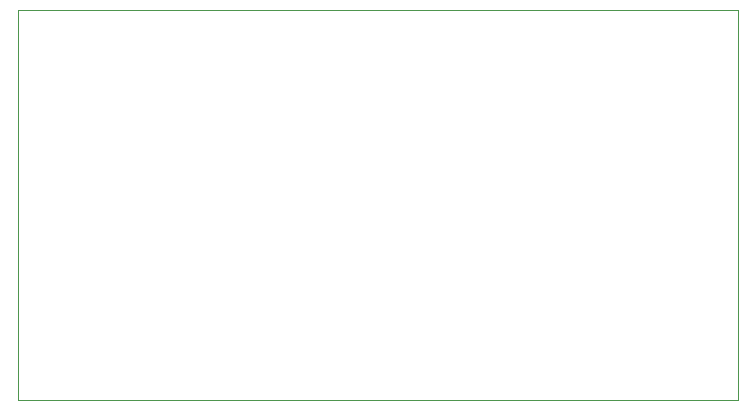
<source format=gbr>
G04 #@! TF.GenerationSoftware,KiCad,Pcbnew,5.1.3-ffb9f22~84~ubuntu18.04.1*
G04 #@! TF.CreationDate,2019-07-29T15:56:45+03:00*
G04 #@! TF.ProjectId,Power_switch,506f7765-725f-4737-9769-7463682e6b69,rev?*
G04 #@! TF.SameCoordinates,Original*
G04 #@! TF.FileFunction,Profile,NP*
%FSLAX46Y46*%
G04 Gerber Fmt 4.6, Leading zero omitted, Abs format (unit mm)*
G04 Created by KiCad (PCBNEW 5.1.3-ffb9f22~84~ubuntu18.04.1) date 2019-07-29 15:56:45*
%MOMM*%
%LPD*%
G04 APERTURE LIST*
%ADD10C,0.050000*%
G04 APERTURE END LIST*
D10*
X60960000Y0D02*
X0Y0D01*
X60960000Y33020000D02*
X60960000Y0D01*
X0Y33020000D02*
X60960000Y33020000D01*
X0Y0D02*
X0Y33020000D01*
M02*

</source>
